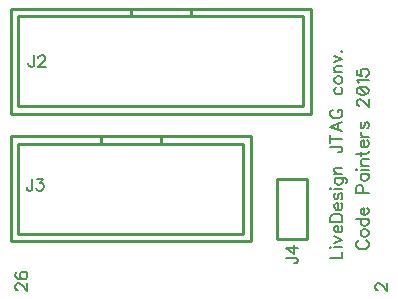
<source format=gbr>
G04 DipTrace 2.4.0.2*
%INTopSilk.gbr*%
%MOMM*%
%ADD10C,0.25*%
%ADD31C,0.157*%
%FSLAX53Y53*%
G04*
G71*
G90*
G75*
G01*
%LNTopSilk*%
%LPD*%
X36352Y31431D2*
D10*
X10953D1*
Y40321D1*
X36352D1*
Y31431D1*
X26193Y40321D2*
Y39687D1*
X23653D2*
X28733D1*
X21112D2*
Y40321D1*
X28733Y39687D2*
X35718D1*
Y32066D1*
X11587D1*
Y39687D1*
X23653D1*
X31273Y20636D2*
X10953D1*
Y29526D1*
X31273D1*
Y20636D1*
X23653Y29526D2*
Y28892D1*
X18573D2*
X23653D1*
X18573D2*
Y29526D1*
X23653Y28892D2*
X30639D1*
Y21271D1*
X11586D1*
Y28892D1*
X18573D1*
X36035Y25875D2*
X33495D1*
X36035Y20795D2*
Y25875D1*
Y20795D2*
X33495D1*
Y25875D1*
X12921Y36412D2*
D31*
Y35635D1*
X12873Y35489D1*
X12823Y35440D1*
X12727Y35391D1*
X12629D1*
X12532Y35440D1*
X12484Y35489D1*
X12435Y35635D1*
Y35731D1*
X13284Y36168D2*
Y36216D1*
X13332Y36314D1*
X13381Y36362D1*
X13478Y36411D1*
X13673D1*
X13769Y36362D1*
X13818Y36314D1*
X13867Y36216D1*
Y36120D1*
X13818Y36022D1*
X13721Y35877D1*
X13235Y35391D1*
X13915D1*
X12762Y25934D2*
Y25157D1*
X12714Y25011D1*
X12665Y24963D1*
X12568Y24913D1*
X12470D1*
X12374Y24963D1*
X12325Y25011D1*
X12276Y25157D1*
Y25254D1*
X13174Y25933D2*
X13707D1*
X13416Y25544D1*
X13562D1*
X13659Y25496D1*
X13707Y25448D1*
X13757Y25302D1*
Y25205D1*
X13707Y25059D1*
X13611Y24962D1*
X13465Y24913D1*
X13319D1*
X13174Y24962D1*
X13125Y25011D1*
X13076Y25108D1*
X34230Y19247D2*
X35007D1*
X35153Y19199D1*
X35201Y19149D1*
X35250Y19053D1*
Y18955D1*
X35201Y18858D1*
X35153Y18810D1*
X35007Y18761D1*
X34910D1*
X35250Y20047D2*
X34231D1*
X34910Y19561D1*
Y20289D1*
X40452Y20703D2*
X40355Y20655D1*
X40257Y20557D1*
X40209Y20460D1*
Y20266D1*
X40257Y20168D1*
X40355Y20072D1*
X40452Y20022D1*
X40598Y19974D1*
X40841D1*
X40986Y20022D1*
X41084Y20072D1*
X41181Y20168D1*
X41230Y20266D1*
Y20460D1*
X41181Y20557D1*
X41084Y20655D1*
X40986Y20703D1*
X40549Y21259D2*
X40598Y21163D1*
X40695Y21065D1*
X40841Y21017D1*
X40938D1*
X41084Y21065D1*
X41181Y21163D1*
X41230Y21259D1*
Y21405D1*
X41181Y21503D1*
X41084Y21599D1*
X40938Y21649D1*
X40841D1*
X40695Y21599D1*
X40598Y21503D1*
X40549Y21405D1*
Y21259D1*
X40209Y22545D2*
X41230D1*
X40695D2*
X40598Y22449D1*
X40549Y22351D1*
Y22205D1*
X40598Y22109D1*
X40695Y22011D1*
X40841Y21963D1*
X40938D1*
X41084Y22011D1*
X41181Y22109D1*
X41230Y22205D1*
Y22351D1*
X41181Y22449D1*
X41084Y22545D1*
X40841Y22859D2*
Y23442D1*
X40744D1*
X40646Y23394D1*
X40598Y23345D1*
X40549Y23248D1*
Y23102D1*
X40598Y23005D1*
X40695Y22907D1*
X40841Y22859D1*
X40938D1*
X41084Y22907D1*
X41181Y23005D1*
X41230Y23102D1*
Y23248D1*
X41181Y23345D1*
X41084Y23442D1*
X40744Y24743D2*
Y25181D1*
X40695Y25326D1*
X40646Y25376D1*
X40549Y25424D1*
X40403D1*
X40307Y25376D1*
X40257Y25326D1*
X40209Y25181D1*
Y24743D1*
X41230D1*
X40549Y26321D2*
X41230D1*
X40695D2*
X40598Y26224D1*
X40549Y26126D1*
Y25981D1*
X40598Y25884D1*
X40695Y25787D1*
X40841Y25738D1*
X40938D1*
X41084Y25787D1*
X41181Y25884D1*
X41230Y25981D1*
Y26126D1*
X41181Y26224D1*
X41084Y26321D1*
X40209Y26634D2*
X40257Y26683D1*
X40209Y26732D1*
X40160Y26683D1*
X40209Y26634D1*
X40549Y26683D2*
X41230D1*
X40549Y27046D2*
X41230D1*
X40744D2*
X40598Y27192D1*
X40549Y27289D1*
Y27434D1*
X40598Y27532D1*
X40744Y27580D1*
X41230D1*
X40209Y28040D2*
X41036D1*
X41181Y28088D1*
X41230Y28186D1*
Y28283D1*
X40549Y27894D2*
Y28234D1*
X40841Y28596D2*
Y29179D1*
X40744D1*
X40646Y29131D1*
X40598Y29083D1*
X40549Y28985D1*
Y28839D1*
X40598Y28742D1*
X40695Y28645D1*
X40841Y28596D1*
X40938D1*
X41084Y28645D1*
X41181Y28742D1*
X41230Y28839D1*
Y28985D1*
X41181Y29083D1*
X41084Y29179D1*
X40549Y29493D2*
X41230D1*
X40841D2*
X40695Y29542D1*
X40598Y29639D1*
X40549Y29737D1*
Y29883D1*
X40695Y30731D2*
X40598Y30683D1*
X40549Y30537D1*
Y30391D1*
X40598Y30245D1*
X40695Y30196D1*
X40792Y30245D1*
X40841Y30342D1*
X40890Y30585D1*
X40938Y30683D1*
X41036Y30731D1*
X41084D1*
X41181Y30683D1*
X41230Y30537D1*
Y30391D1*
X41181Y30245D1*
X41084Y30196D1*
X40453Y32082D2*
X40405D1*
X40307Y32130D1*
X40259Y32178D1*
X40210Y32276D1*
Y32470D1*
X40259Y32567D1*
X40307Y32615D1*
X40405Y32665D1*
X40501D1*
X40599Y32615D1*
X40744Y32519D1*
X41230Y32032D1*
Y32713D1*
X40210Y33319D2*
X40259Y33173D1*
X40405Y33075D1*
X40647Y33027D1*
X40793D1*
X41036Y33075D1*
X41182Y33173D1*
X41230Y33319D1*
Y33415D1*
X41182Y33561D1*
X41036Y33658D1*
X40793Y33707D1*
X40647D1*
X40405Y33658D1*
X40259Y33561D1*
X40210Y33415D1*
Y33319D1*
X40405Y33658D2*
X41036Y33075D1*
X40405Y34021D2*
X40355Y34119D1*
X40210Y34265D1*
X41230D1*
X40210Y35161D2*
Y34676D1*
X40647Y34628D1*
X40599Y34676D1*
X40549Y34822D1*
Y34967D1*
X40599Y35113D1*
X40695Y35211D1*
X40841Y35259D1*
X40938D1*
X41084Y35211D1*
X41182Y35113D1*
X41230Y34967D1*
Y34822D1*
X41182Y34676D1*
X41132Y34628D1*
X41036Y34578D1*
X37987Y19180D2*
X39007D1*
Y19763D1*
X37987Y20077D2*
X38035Y20125D1*
X37987Y20175D1*
X37937Y20125D1*
X37987Y20077D1*
X38327Y20125D2*
X39007D1*
X38327Y20488D2*
X39007Y20780D1*
X38327Y21071D1*
X38619Y21385D2*
Y21968D1*
X38521D1*
X38423Y21919D1*
X38375Y21871D1*
X38327Y21773D1*
Y21627D1*
X38375Y21531D1*
X38473Y21433D1*
X38619Y21385D1*
X38715D1*
X38861Y21433D1*
X38958Y21531D1*
X39007Y21627D1*
Y21773D1*
X38958Y21871D1*
X38861Y21968D1*
X37987Y22281D2*
X39007D1*
Y22622D1*
X38958Y22768D1*
X38861Y22865D1*
X38764Y22914D1*
X38619Y22962D1*
X38375D1*
X38229Y22914D1*
X38133Y22865D1*
X38035Y22768D1*
X37987Y22622D1*
Y22281D1*
X38619Y23276D2*
Y23859D1*
X38521D1*
X38423Y23810D1*
X38375Y23762D1*
X38327Y23664D1*
Y23518D1*
X38375Y23422D1*
X38473Y23324D1*
X38619Y23276D1*
X38715D1*
X38861Y23324D1*
X38958Y23422D1*
X39007Y23518D1*
Y23664D1*
X38958Y23762D1*
X38861Y23859D1*
X38473Y24707D2*
X38375Y24659D1*
X38327Y24513D1*
Y24367D1*
X38375Y24221D1*
X38473Y24172D1*
X38569Y24221D1*
X38619Y24318D1*
X38667Y24561D1*
X38715Y24659D1*
X38813Y24707D1*
X38861D1*
X38958Y24659D1*
X39007Y24513D1*
Y24367D1*
X38958Y24221D1*
X38861Y24172D1*
X37987Y25021D2*
X38035Y25069D1*
X37987Y25118D1*
X37937Y25069D1*
X37987Y25021D1*
X38327Y25069D2*
X39007D1*
X38375Y26015D2*
X39153D1*
X39298Y25967D1*
X39348Y25918D1*
X39396Y25821D1*
Y25675D1*
X39348Y25578D1*
X38521Y26015D2*
X38425Y25918D1*
X38375Y25821D1*
Y25675D1*
X38425Y25578D1*
X38521Y25480D1*
X38667Y25432D1*
X38765D1*
X38910Y25480D1*
X39007Y25578D1*
X39056Y25675D1*
Y25821D1*
X39007Y25918D1*
X38910Y26015D1*
X38327Y26329D2*
X39007D1*
X38521D2*
X38375Y26475D1*
X38327Y26572D1*
Y26717D1*
X38375Y26815D1*
X38521Y26863D1*
X39007D1*
X37987Y28651D2*
X38764D1*
X38910Y28603D1*
X38958Y28553D1*
X39007Y28457D1*
Y28359D1*
X38958Y28262D1*
X38910Y28214D1*
X38764Y28165D1*
X38667D1*
X37987Y29305D2*
X39007D1*
X37987Y28965D2*
Y29645D1*
X39007Y30737D2*
X37987Y30348D1*
X39007Y29959D1*
X38667Y30105D2*
Y30591D1*
X38229Y31780D2*
X38133Y31732D1*
X38035Y31634D1*
X37987Y31537D1*
Y31343D1*
X38035Y31245D1*
X38133Y31149D1*
X38229Y31099D1*
X38375Y31051D1*
X38619D1*
X38764Y31099D1*
X38861Y31149D1*
X38958Y31245D1*
X39007Y31343D1*
Y31537D1*
X38958Y31634D1*
X38861Y31732D1*
X38764Y31780D1*
X38619D1*
Y31537D1*
X38473Y33665D2*
X38375Y33567D1*
X38327Y33470D1*
Y33325D1*
X38375Y33227D1*
X38473Y33131D1*
X38619Y33081D1*
X38715D1*
X38861Y33131D1*
X38958Y33227D1*
X39007Y33325D1*
Y33470D1*
X38958Y33567D1*
X38861Y33665D1*
X38327Y34221D2*
X38375Y34125D1*
X38473Y34027D1*
X38619Y33979D1*
X38715D1*
X38861Y34027D1*
X38958Y34125D1*
X39007Y34221D1*
Y34367D1*
X38958Y34465D1*
X38861Y34562D1*
X38715Y34611D1*
X38619D1*
X38473Y34562D1*
X38375Y34465D1*
X38327Y34367D1*
Y34221D1*
Y34925D2*
X39007D1*
X38521D2*
X38375Y35071D1*
X38327Y35169D1*
Y35313D1*
X38375Y35411D1*
X38521Y35459D1*
X39007D1*
X38327Y35773D2*
X39007Y36065D1*
X38327Y36356D1*
X38910Y36718D2*
X38959Y36670D1*
X39007Y36718D1*
X38959Y36767D1*
X38910Y36718D1*
X42040Y16478D2*
X41992D1*
X41894Y16526D1*
X41846Y16574D1*
X41798Y16672D1*
Y16866D1*
X41846Y16963D1*
X41894Y17011D1*
X41992Y17061D1*
X42089D1*
X42186Y17011D1*
X42331Y16915D1*
X42817Y16428D1*
Y17109D1*
X11560Y16478D2*
X11512D1*
X11414Y16526D1*
X11366Y16574D1*
X11318Y16672D1*
Y16866D1*
X11366Y16963D1*
X11414Y17011D1*
X11512Y17061D1*
X11609D1*
X11706Y17011D1*
X11851Y16915D1*
X12337Y16428D1*
Y17109D1*
X11463Y18006D2*
X11366Y17957D1*
X11318Y17811D1*
Y17715D1*
X11366Y17569D1*
X11512Y17471D1*
X11755Y17423D1*
X11997D1*
X12191Y17471D1*
X12289Y17569D1*
X12337Y17715D1*
Y17763D1*
X12289Y17908D1*
X12191Y18006D1*
X12045Y18054D1*
X11997D1*
X11851Y18006D1*
X11755Y17908D1*
X11706Y17763D1*
Y17715D1*
X11755Y17569D1*
X11851Y17471D1*
X11997Y17423D1*
M02*

</source>
